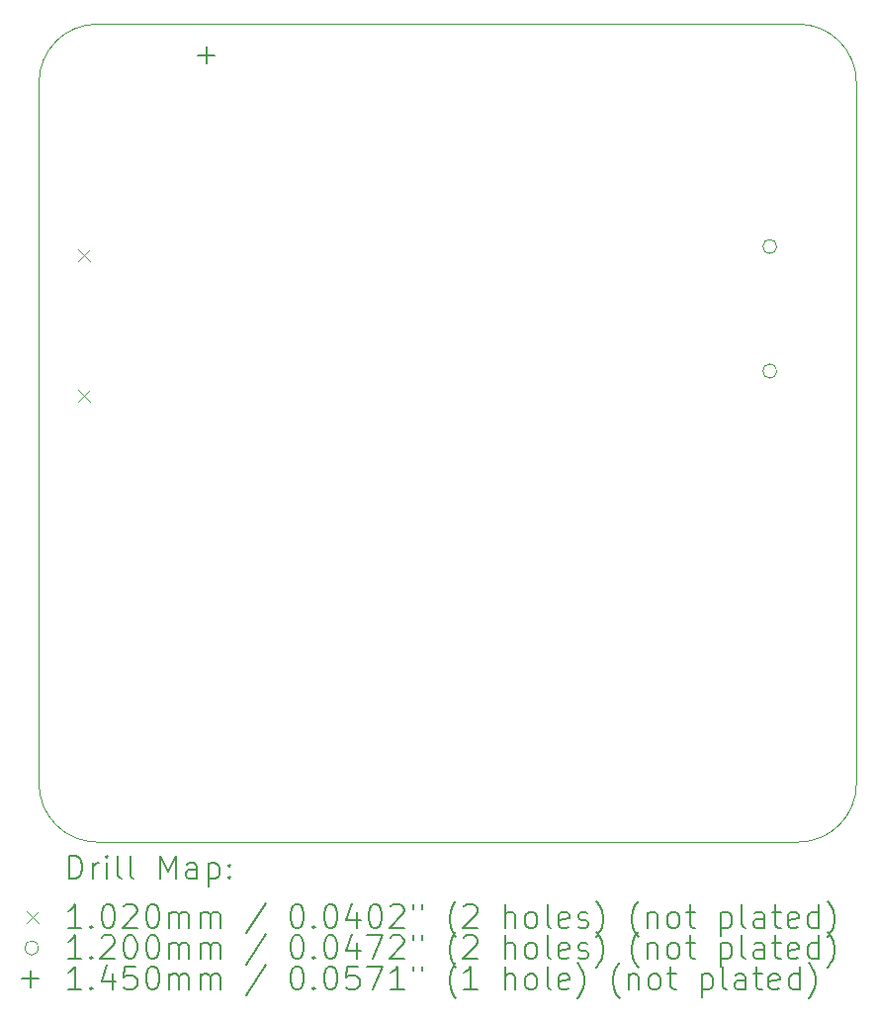
<source format=gbr>
%TF.GenerationSoftware,KiCad,Pcbnew,9.0.1*%
%TF.CreationDate,2025-05-09T16:55:24+02:00*%
%TF.ProjectId,SIGURD,53494755-5244-42e6-9b69-6361645f7063,rev?*%
%TF.SameCoordinates,Original*%
%TF.FileFunction,Drillmap*%
%TF.FilePolarity,Positive*%
%FSLAX45Y45*%
G04 Gerber Fmt 4.5, Leading zero omitted, Abs format (unit mm)*
G04 Created by KiCad (PCBNEW 9.0.1) date 2025-05-09 16:55:24*
%MOMM*%
%LPD*%
G01*
G04 APERTURE LIST*
%ADD10C,0.050000*%
%ADD11C,0.200000*%
%ADD12C,0.102000*%
%ADD13C,0.120000*%
%ADD14C,0.145000*%
G04 APERTURE END LIST*
D10*
X13500000Y-7000000D02*
G75*
G02*
X14000000Y-7500000I0J-500000D01*
G01*
X7000000Y-7500000D02*
G75*
G02*
X7500000Y-7000000I500000J0D01*
G01*
X14000000Y-8000000D02*
X14000000Y-7500000D01*
X14000000Y-13500000D02*
G75*
G02*
X13500000Y-14000000I-500000J0D01*
G01*
X13500000Y-7000000D02*
X7500000Y-7000000D01*
X7500000Y-14000000D02*
X13500000Y-14000000D01*
X7500000Y-14000000D02*
G75*
G02*
X7000000Y-13500000I0J500000D01*
G01*
X7000000Y-7500000D02*
X7000000Y-13500000D01*
X14000000Y-13500000D02*
X14000000Y-8000000D01*
D11*
D12*
X7332452Y-8928000D02*
X7434452Y-9030000D01*
X7434452Y-8928000D02*
X7332452Y-9030000D01*
X7332452Y-10128000D02*
X7434452Y-10230000D01*
X7434452Y-10128000D02*
X7332452Y-10230000D01*
D13*
X13318077Y-8903875D02*
G75*
G02*
X13198077Y-8903875I-60000J0D01*
G01*
X13198077Y-8903875D02*
G75*
G02*
X13318077Y-8903875I60000J0D01*
G01*
X13318077Y-9969125D02*
G75*
G02*
X13198077Y-9969125I-60000J0D01*
G01*
X13198077Y-9969125D02*
G75*
G02*
X13318077Y-9969125I60000J0D01*
G01*
D14*
X8434250Y-7192500D02*
X8434250Y-7337500D01*
X8361750Y-7265000D02*
X8506750Y-7265000D01*
D11*
X7258277Y-14313984D02*
X7258277Y-14113984D01*
X7258277Y-14113984D02*
X7305896Y-14113984D01*
X7305896Y-14113984D02*
X7334467Y-14123508D01*
X7334467Y-14123508D02*
X7353515Y-14142555D01*
X7353515Y-14142555D02*
X7363039Y-14161603D01*
X7363039Y-14161603D02*
X7372562Y-14199698D01*
X7372562Y-14199698D02*
X7372562Y-14228269D01*
X7372562Y-14228269D02*
X7363039Y-14266365D01*
X7363039Y-14266365D02*
X7353515Y-14285412D01*
X7353515Y-14285412D02*
X7334467Y-14304460D01*
X7334467Y-14304460D02*
X7305896Y-14313984D01*
X7305896Y-14313984D02*
X7258277Y-14313984D01*
X7458277Y-14313984D02*
X7458277Y-14180650D01*
X7458277Y-14218746D02*
X7467801Y-14199698D01*
X7467801Y-14199698D02*
X7477324Y-14190174D01*
X7477324Y-14190174D02*
X7496372Y-14180650D01*
X7496372Y-14180650D02*
X7515420Y-14180650D01*
X7582086Y-14313984D02*
X7582086Y-14180650D01*
X7582086Y-14113984D02*
X7572562Y-14123508D01*
X7572562Y-14123508D02*
X7582086Y-14133031D01*
X7582086Y-14133031D02*
X7591610Y-14123508D01*
X7591610Y-14123508D02*
X7582086Y-14113984D01*
X7582086Y-14113984D02*
X7582086Y-14133031D01*
X7705896Y-14313984D02*
X7686848Y-14304460D01*
X7686848Y-14304460D02*
X7677324Y-14285412D01*
X7677324Y-14285412D02*
X7677324Y-14113984D01*
X7810658Y-14313984D02*
X7791610Y-14304460D01*
X7791610Y-14304460D02*
X7782086Y-14285412D01*
X7782086Y-14285412D02*
X7782086Y-14113984D01*
X8039229Y-14313984D02*
X8039229Y-14113984D01*
X8039229Y-14113984D02*
X8105896Y-14256841D01*
X8105896Y-14256841D02*
X8172562Y-14113984D01*
X8172562Y-14113984D02*
X8172562Y-14313984D01*
X8353515Y-14313984D02*
X8353515Y-14209222D01*
X8353515Y-14209222D02*
X8343991Y-14190174D01*
X8343991Y-14190174D02*
X8324943Y-14180650D01*
X8324943Y-14180650D02*
X8286848Y-14180650D01*
X8286848Y-14180650D02*
X8267801Y-14190174D01*
X8353515Y-14304460D02*
X8334467Y-14313984D01*
X8334467Y-14313984D02*
X8286848Y-14313984D01*
X8286848Y-14313984D02*
X8267801Y-14304460D01*
X8267801Y-14304460D02*
X8258277Y-14285412D01*
X8258277Y-14285412D02*
X8258277Y-14266365D01*
X8258277Y-14266365D02*
X8267801Y-14247317D01*
X8267801Y-14247317D02*
X8286848Y-14237793D01*
X8286848Y-14237793D02*
X8334467Y-14237793D01*
X8334467Y-14237793D02*
X8353515Y-14228269D01*
X8448753Y-14180650D02*
X8448753Y-14380650D01*
X8448753Y-14190174D02*
X8467801Y-14180650D01*
X8467801Y-14180650D02*
X8505896Y-14180650D01*
X8505896Y-14180650D02*
X8524944Y-14190174D01*
X8524944Y-14190174D02*
X8534467Y-14199698D01*
X8534467Y-14199698D02*
X8543991Y-14218746D01*
X8543991Y-14218746D02*
X8543991Y-14275888D01*
X8543991Y-14275888D02*
X8534467Y-14294936D01*
X8534467Y-14294936D02*
X8524944Y-14304460D01*
X8524944Y-14304460D02*
X8505896Y-14313984D01*
X8505896Y-14313984D02*
X8467801Y-14313984D01*
X8467801Y-14313984D02*
X8448753Y-14304460D01*
X8629705Y-14294936D02*
X8639229Y-14304460D01*
X8639229Y-14304460D02*
X8629705Y-14313984D01*
X8629705Y-14313984D02*
X8620182Y-14304460D01*
X8620182Y-14304460D02*
X8629705Y-14294936D01*
X8629705Y-14294936D02*
X8629705Y-14313984D01*
X8629705Y-14190174D02*
X8639229Y-14199698D01*
X8639229Y-14199698D02*
X8629705Y-14209222D01*
X8629705Y-14209222D02*
X8620182Y-14199698D01*
X8620182Y-14199698D02*
X8629705Y-14190174D01*
X8629705Y-14190174D02*
X8629705Y-14209222D01*
D12*
X6895500Y-14591500D02*
X6997500Y-14693500D01*
X6997500Y-14591500D02*
X6895500Y-14693500D01*
D11*
X7363039Y-14733984D02*
X7248753Y-14733984D01*
X7305896Y-14733984D02*
X7305896Y-14533984D01*
X7305896Y-14533984D02*
X7286848Y-14562555D01*
X7286848Y-14562555D02*
X7267801Y-14581603D01*
X7267801Y-14581603D02*
X7248753Y-14591127D01*
X7448753Y-14714936D02*
X7458277Y-14724460D01*
X7458277Y-14724460D02*
X7448753Y-14733984D01*
X7448753Y-14733984D02*
X7439229Y-14724460D01*
X7439229Y-14724460D02*
X7448753Y-14714936D01*
X7448753Y-14714936D02*
X7448753Y-14733984D01*
X7582086Y-14533984D02*
X7601134Y-14533984D01*
X7601134Y-14533984D02*
X7620182Y-14543508D01*
X7620182Y-14543508D02*
X7629705Y-14553031D01*
X7629705Y-14553031D02*
X7639229Y-14572079D01*
X7639229Y-14572079D02*
X7648753Y-14610174D01*
X7648753Y-14610174D02*
X7648753Y-14657793D01*
X7648753Y-14657793D02*
X7639229Y-14695888D01*
X7639229Y-14695888D02*
X7629705Y-14714936D01*
X7629705Y-14714936D02*
X7620182Y-14724460D01*
X7620182Y-14724460D02*
X7601134Y-14733984D01*
X7601134Y-14733984D02*
X7582086Y-14733984D01*
X7582086Y-14733984D02*
X7563039Y-14724460D01*
X7563039Y-14724460D02*
X7553515Y-14714936D01*
X7553515Y-14714936D02*
X7543991Y-14695888D01*
X7543991Y-14695888D02*
X7534467Y-14657793D01*
X7534467Y-14657793D02*
X7534467Y-14610174D01*
X7534467Y-14610174D02*
X7543991Y-14572079D01*
X7543991Y-14572079D02*
X7553515Y-14553031D01*
X7553515Y-14553031D02*
X7563039Y-14543508D01*
X7563039Y-14543508D02*
X7582086Y-14533984D01*
X7724943Y-14553031D02*
X7734467Y-14543508D01*
X7734467Y-14543508D02*
X7753515Y-14533984D01*
X7753515Y-14533984D02*
X7801134Y-14533984D01*
X7801134Y-14533984D02*
X7820182Y-14543508D01*
X7820182Y-14543508D02*
X7829705Y-14553031D01*
X7829705Y-14553031D02*
X7839229Y-14572079D01*
X7839229Y-14572079D02*
X7839229Y-14591127D01*
X7839229Y-14591127D02*
X7829705Y-14619698D01*
X7829705Y-14619698D02*
X7715420Y-14733984D01*
X7715420Y-14733984D02*
X7839229Y-14733984D01*
X7963039Y-14533984D02*
X7982086Y-14533984D01*
X7982086Y-14533984D02*
X8001134Y-14543508D01*
X8001134Y-14543508D02*
X8010658Y-14553031D01*
X8010658Y-14553031D02*
X8020182Y-14572079D01*
X8020182Y-14572079D02*
X8029705Y-14610174D01*
X8029705Y-14610174D02*
X8029705Y-14657793D01*
X8029705Y-14657793D02*
X8020182Y-14695888D01*
X8020182Y-14695888D02*
X8010658Y-14714936D01*
X8010658Y-14714936D02*
X8001134Y-14724460D01*
X8001134Y-14724460D02*
X7982086Y-14733984D01*
X7982086Y-14733984D02*
X7963039Y-14733984D01*
X7963039Y-14733984D02*
X7943991Y-14724460D01*
X7943991Y-14724460D02*
X7934467Y-14714936D01*
X7934467Y-14714936D02*
X7924943Y-14695888D01*
X7924943Y-14695888D02*
X7915420Y-14657793D01*
X7915420Y-14657793D02*
X7915420Y-14610174D01*
X7915420Y-14610174D02*
X7924943Y-14572079D01*
X7924943Y-14572079D02*
X7934467Y-14553031D01*
X7934467Y-14553031D02*
X7943991Y-14543508D01*
X7943991Y-14543508D02*
X7963039Y-14533984D01*
X8115420Y-14733984D02*
X8115420Y-14600650D01*
X8115420Y-14619698D02*
X8124943Y-14610174D01*
X8124943Y-14610174D02*
X8143991Y-14600650D01*
X8143991Y-14600650D02*
X8172563Y-14600650D01*
X8172563Y-14600650D02*
X8191610Y-14610174D01*
X8191610Y-14610174D02*
X8201134Y-14629222D01*
X8201134Y-14629222D02*
X8201134Y-14733984D01*
X8201134Y-14629222D02*
X8210658Y-14610174D01*
X8210658Y-14610174D02*
X8229705Y-14600650D01*
X8229705Y-14600650D02*
X8258277Y-14600650D01*
X8258277Y-14600650D02*
X8277324Y-14610174D01*
X8277324Y-14610174D02*
X8286848Y-14629222D01*
X8286848Y-14629222D02*
X8286848Y-14733984D01*
X8382086Y-14733984D02*
X8382086Y-14600650D01*
X8382086Y-14619698D02*
X8391610Y-14610174D01*
X8391610Y-14610174D02*
X8410658Y-14600650D01*
X8410658Y-14600650D02*
X8439229Y-14600650D01*
X8439229Y-14600650D02*
X8458277Y-14610174D01*
X8458277Y-14610174D02*
X8467801Y-14629222D01*
X8467801Y-14629222D02*
X8467801Y-14733984D01*
X8467801Y-14629222D02*
X8477325Y-14610174D01*
X8477325Y-14610174D02*
X8496372Y-14600650D01*
X8496372Y-14600650D02*
X8524944Y-14600650D01*
X8524944Y-14600650D02*
X8543991Y-14610174D01*
X8543991Y-14610174D02*
X8553515Y-14629222D01*
X8553515Y-14629222D02*
X8553515Y-14733984D01*
X8943991Y-14524460D02*
X8772563Y-14781603D01*
X9201134Y-14533984D02*
X9220182Y-14533984D01*
X9220182Y-14533984D02*
X9239229Y-14543508D01*
X9239229Y-14543508D02*
X9248753Y-14553031D01*
X9248753Y-14553031D02*
X9258277Y-14572079D01*
X9258277Y-14572079D02*
X9267801Y-14610174D01*
X9267801Y-14610174D02*
X9267801Y-14657793D01*
X9267801Y-14657793D02*
X9258277Y-14695888D01*
X9258277Y-14695888D02*
X9248753Y-14714936D01*
X9248753Y-14714936D02*
X9239229Y-14724460D01*
X9239229Y-14724460D02*
X9220182Y-14733984D01*
X9220182Y-14733984D02*
X9201134Y-14733984D01*
X9201134Y-14733984D02*
X9182087Y-14724460D01*
X9182087Y-14724460D02*
X9172563Y-14714936D01*
X9172563Y-14714936D02*
X9163039Y-14695888D01*
X9163039Y-14695888D02*
X9153515Y-14657793D01*
X9153515Y-14657793D02*
X9153515Y-14610174D01*
X9153515Y-14610174D02*
X9163039Y-14572079D01*
X9163039Y-14572079D02*
X9172563Y-14553031D01*
X9172563Y-14553031D02*
X9182087Y-14543508D01*
X9182087Y-14543508D02*
X9201134Y-14533984D01*
X9353515Y-14714936D02*
X9363039Y-14724460D01*
X9363039Y-14724460D02*
X9353515Y-14733984D01*
X9353515Y-14733984D02*
X9343991Y-14724460D01*
X9343991Y-14724460D02*
X9353515Y-14714936D01*
X9353515Y-14714936D02*
X9353515Y-14733984D01*
X9486848Y-14533984D02*
X9505896Y-14533984D01*
X9505896Y-14533984D02*
X9524944Y-14543508D01*
X9524944Y-14543508D02*
X9534468Y-14553031D01*
X9534468Y-14553031D02*
X9543991Y-14572079D01*
X9543991Y-14572079D02*
X9553515Y-14610174D01*
X9553515Y-14610174D02*
X9553515Y-14657793D01*
X9553515Y-14657793D02*
X9543991Y-14695888D01*
X9543991Y-14695888D02*
X9534468Y-14714936D01*
X9534468Y-14714936D02*
X9524944Y-14724460D01*
X9524944Y-14724460D02*
X9505896Y-14733984D01*
X9505896Y-14733984D02*
X9486848Y-14733984D01*
X9486848Y-14733984D02*
X9467801Y-14724460D01*
X9467801Y-14724460D02*
X9458277Y-14714936D01*
X9458277Y-14714936D02*
X9448753Y-14695888D01*
X9448753Y-14695888D02*
X9439229Y-14657793D01*
X9439229Y-14657793D02*
X9439229Y-14610174D01*
X9439229Y-14610174D02*
X9448753Y-14572079D01*
X9448753Y-14572079D02*
X9458277Y-14553031D01*
X9458277Y-14553031D02*
X9467801Y-14543508D01*
X9467801Y-14543508D02*
X9486848Y-14533984D01*
X9724944Y-14600650D02*
X9724944Y-14733984D01*
X9677325Y-14524460D02*
X9629706Y-14667317D01*
X9629706Y-14667317D02*
X9753515Y-14667317D01*
X9867801Y-14533984D02*
X9886849Y-14533984D01*
X9886849Y-14533984D02*
X9905896Y-14543508D01*
X9905896Y-14543508D02*
X9915420Y-14553031D01*
X9915420Y-14553031D02*
X9924944Y-14572079D01*
X9924944Y-14572079D02*
X9934468Y-14610174D01*
X9934468Y-14610174D02*
X9934468Y-14657793D01*
X9934468Y-14657793D02*
X9924944Y-14695888D01*
X9924944Y-14695888D02*
X9915420Y-14714936D01*
X9915420Y-14714936D02*
X9905896Y-14724460D01*
X9905896Y-14724460D02*
X9886849Y-14733984D01*
X9886849Y-14733984D02*
X9867801Y-14733984D01*
X9867801Y-14733984D02*
X9848753Y-14724460D01*
X9848753Y-14724460D02*
X9839229Y-14714936D01*
X9839229Y-14714936D02*
X9829706Y-14695888D01*
X9829706Y-14695888D02*
X9820182Y-14657793D01*
X9820182Y-14657793D02*
X9820182Y-14610174D01*
X9820182Y-14610174D02*
X9829706Y-14572079D01*
X9829706Y-14572079D02*
X9839229Y-14553031D01*
X9839229Y-14553031D02*
X9848753Y-14543508D01*
X9848753Y-14543508D02*
X9867801Y-14533984D01*
X10010658Y-14553031D02*
X10020182Y-14543508D01*
X10020182Y-14543508D02*
X10039229Y-14533984D01*
X10039229Y-14533984D02*
X10086849Y-14533984D01*
X10086849Y-14533984D02*
X10105896Y-14543508D01*
X10105896Y-14543508D02*
X10115420Y-14553031D01*
X10115420Y-14553031D02*
X10124944Y-14572079D01*
X10124944Y-14572079D02*
X10124944Y-14591127D01*
X10124944Y-14591127D02*
X10115420Y-14619698D01*
X10115420Y-14619698D02*
X10001134Y-14733984D01*
X10001134Y-14733984D02*
X10124944Y-14733984D01*
X10201134Y-14533984D02*
X10201134Y-14572079D01*
X10277325Y-14533984D02*
X10277325Y-14572079D01*
X10572563Y-14810174D02*
X10563039Y-14800650D01*
X10563039Y-14800650D02*
X10543991Y-14772079D01*
X10543991Y-14772079D02*
X10534468Y-14753031D01*
X10534468Y-14753031D02*
X10524944Y-14724460D01*
X10524944Y-14724460D02*
X10515420Y-14676841D01*
X10515420Y-14676841D02*
X10515420Y-14638746D01*
X10515420Y-14638746D02*
X10524944Y-14591127D01*
X10524944Y-14591127D02*
X10534468Y-14562555D01*
X10534468Y-14562555D02*
X10543991Y-14543508D01*
X10543991Y-14543508D02*
X10563039Y-14514936D01*
X10563039Y-14514936D02*
X10572563Y-14505412D01*
X10639230Y-14553031D02*
X10648753Y-14543508D01*
X10648753Y-14543508D02*
X10667801Y-14533984D01*
X10667801Y-14533984D02*
X10715420Y-14533984D01*
X10715420Y-14533984D02*
X10734468Y-14543508D01*
X10734468Y-14543508D02*
X10743991Y-14553031D01*
X10743991Y-14553031D02*
X10753515Y-14572079D01*
X10753515Y-14572079D02*
X10753515Y-14591127D01*
X10753515Y-14591127D02*
X10743991Y-14619698D01*
X10743991Y-14619698D02*
X10629706Y-14733984D01*
X10629706Y-14733984D02*
X10753515Y-14733984D01*
X10991611Y-14733984D02*
X10991611Y-14533984D01*
X11077325Y-14733984D02*
X11077325Y-14629222D01*
X11077325Y-14629222D02*
X11067801Y-14610174D01*
X11067801Y-14610174D02*
X11048753Y-14600650D01*
X11048753Y-14600650D02*
X11020182Y-14600650D01*
X11020182Y-14600650D02*
X11001134Y-14610174D01*
X11001134Y-14610174D02*
X10991611Y-14619698D01*
X11201134Y-14733984D02*
X11182087Y-14724460D01*
X11182087Y-14724460D02*
X11172563Y-14714936D01*
X11172563Y-14714936D02*
X11163039Y-14695888D01*
X11163039Y-14695888D02*
X11163039Y-14638746D01*
X11163039Y-14638746D02*
X11172563Y-14619698D01*
X11172563Y-14619698D02*
X11182087Y-14610174D01*
X11182087Y-14610174D02*
X11201134Y-14600650D01*
X11201134Y-14600650D02*
X11229706Y-14600650D01*
X11229706Y-14600650D02*
X11248753Y-14610174D01*
X11248753Y-14610174D02*
X11258277Y-14619698D01*
X11258277Y-14619698D02*
X11267801Y-14638746D01*
X11267801Y-14638746D02*
X11267801Y-14695888D01*
X11267801Y-14695888D02*
X11258277Y-14714936D01*
X11258277Y-14714936D02*
X11248753Y-14724460D01*
X11248753Y-14724460D02*
X11229706Y-14733984D01*
X11229706Y-14733984D02*
X11201134Y-14733984D01*
X11382087Y-14733984D02*
X11363039Y-14724460D01*
X11363039Y-14724460D02*
X11353515Y-14705412D01*
X11353515Y-14705412D02*
X11353515Y-14533984D01*
X11534468Y-14724460D02*
X11515420Y-14733984D01*
X11515420Y-14733984D02*
X11477325Y-14733984D01*
X11477325Y-14733984D02*
X11458277Y-14724460D01*
X11458277Y-14724460D02*
X11448753Y-14705412D01*
X11448753Y-14705412D02*
X11448753Y-14629222D01*
X11448753Y-14629222D02*
X11458277Y-14610174D01*
X11458277Y-14610174D02*
X11477325Y-14600650D01*
X11477325Y-14600650D02*
X11515420Y-14600650D01*
X11515420Y-14600650D02*
X11534468Y-14610174D01*
X11534468Y-14610174D02*
X11543991Y-14629222D01*
X11543991Y-14629222D02*
X11543991Y-14648269D01*
X11543991Y-14648269D02*
X11448753Y-14667317D01*
X11620182Y-14724460D02*
X11639230Y-14733984D01*
X11639230Y-14733984D02*
X11677325Y-14733984D01*
X11677325Y-14733984D02*
X11696372Y-14724460D01*
X11696372Y-14724460D02*
X11705896Y-14705412D01*
X11705896Y-14705412D02*
X11705896Y-14695888D01*
X11705896Y-14695888D02*
X11696372Y-14676841D01*
X11696372Y-14676841D02*
X11677325Y-14667317D01*
X11677325Y-14667317D02*
X11648753Y-14667317D01*
X11648753Y-14667317D02*
X11629706Y-14657793D01*
X11629706Y-14657793D02*
X11620182Y-14638746D01*
X11620182Y-14638746D02*
X11620182Y-14629222D01*
X11620182Y-14629222D02*
X11629706Y-14610174D01*
X11629706Y-14610174D02*
X11648753Y-14600650D01*
X11648753Y-14600650D02*
X11677325Y-14600650D01*
X11677325Y-14600650D02*
X11696372Y-14610174D01*
X11772563Y-14810174D02*
X11782087Y-14800650D01*
X11782087Y-14800650D02*
X11801134Y-14772079D01*
X11801134Y-14772079D02*
X11810658Y-14753031D01*
X11810658Y-14753031D02*
X11820182Y-14724460D01*
X11820182Y-14724460D02*
X11829706Y-14676841D01*
X11829706Y-14676841D02*
X11829706Y-14638746D01*
X11829706Y-14638746D02*
X11820182Y-14591127D01*
X11820182Y-14591127D02*
X11810658Y-14562555D01*
X11810658Y-14562555D02*
X11801134Y-14543508D01*
X11801134Y-14543508D02*
X11782087Y-14514936D01*
X11782087Y-14514936D02*
X11772563Y-14505412D01*
X12134468Y-14810174D02*
X12124944Y-14800650D01*
X12124944Y-14800650D02*
X12105896Y-14772079D01*
X12105896Y-14772079D02*
X12096372Y-14753031D01*
X12096372Y-14753031D02*
X12086849Y-14724460D01*
X12086849Y-14724460D02*
X12077325Y-14676841D01*
X12077325Y-14676841D02*
X12077325Y-14638746D01*
X12077325Y-14638746D02*
X12086849Y-14591127D01*
X12086849Y-14591127D02*
X12096372Y-14562555D01*
X12096372Y-14562555D02*
X12105896Y-14543508D01*
X12105896Y-14543508D02*
X12124944Y-14514936D01*
X12124944Y-14514936D02*
X12134468Y-14505412D01*
X12210658Y-14600650D02*
X12210658Y-14733984D01*
X12210658Y-14619698D02*
X12220182Y-14610174D01*
X12220182Y-14610174D02*
X12239230Y-14600650D01*
X12239230Y-14600650D02*
X12267801Y-14600650D01*
X12267801Y-14600650D02*
X12286849Y-14610174D01*
X12286849Y-14610174D02*
X12296372Y-14629222D01*
X12296372Y-14629222D02*
X12296372Y-14733984D01*
X12420182Y-14733984D02*
X12401134Y-14724460D01*
X12401134Y-14724460D02*
X12391611Y-14714936D01*
X12391611Y-14714936D02*
X12382087Y-14695888D01*
X12382087Y-14695888D02*
X12382087Y-14638746D01*
X12382087Y-14638746D02*
X12391611Y-14619698D01*
X12391611Y-14619698D02*
X12401134Y-14610174D01*
X12401134Y-14610174D02*
X12420182Y-14600650D01*
X12420182Y-14600650D02*
X12448753Y-14600650D01*
X12448753Y-14600650D02*
X12467801Y-14610174D01*
X12467801Y-14610174D02*
X12477325Y-14619698D01*
X12477325Y-14619698D02*
X12486849Y-14638746D01*
X12486849Y-14638746D02*
X12486849Y-14695888D01*
X12486849Y-14695888D02*
X12477325Y-14714936D01*
X12477325Y-14714936D02*
X12467801Y-14724460D01*
X12467801Y-14724460D02*
X12448753Y-14733984D01*
X12448753Y-14733984D02*
X12420182Y-14733984D01*
X12543992Y-14600650D02*
X12620182Y-14600650D01*
X12572563Y-14533984D02*
X12572563Y-14705412D01*
X12572563Y-14705412D02*
X12582087Y-14724460D01*
X12582087Y-14724460D02*
X12601134Y-14733984D01*
X12601134Y-14733984D02*
X12620182Y-14733984D01*
X12839230Y-14600650D02*
X12839230Y-14800650D01*
X12839230Y-14610174D02*
X12858277Y-14600650D01*
X12858277Y-14600650D02*
X12896373Y-14600650D01*
X12896373Y-14600650D02*
X12915420Y-14610174D01*
X12915420Y-14610174D02*
X12924944Y-14619698D01*
X12924944Y-14619698D02*
X12934468Y-14638746D01*
X12934468Y-14638746D02*
X12934468Y-14695888D01*
X12934468Y-14695888D02*
X12924944Y-14714936D01*
X12924944Y-14714936D02*
X12915420Y-14724460D01*
X12915420Y-14724460D02*
X12896373Y-14733984D01*
X12896373Y-14733984D02*
X12858277Y-14733984D01*
X12858277Y-14733984D02*
X12839230Y-14724460D01*
X13048753Y-14733984D02*
X13029706Y-14724460D01*
X13029706Y-14724460D02*
X13020182Y-14705412D01*
X13020182Y-14705412D02*
X13020182Y-14533984D01*
X13210658Y-14733984D02*
X13210658Y-14629222D01*
X13210658Y-14629222D02*
X13201134Y-14610174D01*
X13201134Y-14610174D02*
X13182087Y-14600650D01*
X13182087Y-14600650D02*
X13143992Y-14600650D01*
X13143992Y-14600650D02*
X13124944Y-14610174D01*
X13210658Y-14724460D02*
X13191611Y-14733984D01*
X13191611Y-14733984D02*
X13143992Y-14733984D01*
X13143992Y-14733984D02*
X13124944Y-14724460D01*
X13124944Y-14724460D02*
X13115420Y-14705412D01*
X13115420Y-14705412D02*
X13115420Y-14686365D01*
X13115420Y-14686365D02*
X13124944Y-14667317D01*
X13124944Y-14667317D02*
X13143992Y-14657793D01*
X13143992Y-14657793D02*
X13191611Y-14657793D01*
X13191611Y-14657793D02*
X13210658Y-14648269D01*
X13277325Y-14600650D02*
X13353515Y-14600650D01*
X13305896Y-14533984D02*
X13305896Y-14705412D01*
X13305896Y-14705412D02*
X13315420Y-14724460D01*
X13315420Y-14724460D02*
X13334468Y-14733984D01*
X13334468Y-14733984D02*
X13353515Y-14733984D01*
X13496373Y-14724460D02*
X13477325Y-14733984D01*
X13477325Y-14733984D02*
X13439230Y-14733984D01*
X13439230Y-14733984D02*
X13420182Y-14724460D01*
X13420182Y-14724460D02*
X13410658Y-14705412D01*
X13410658Y-14705412D02*
X13410658Y-14629222D01*
X13410658Y-14629222D02*
X13420182Y-14610174D01*
X13420182Y-14610174D02*
X13439230Y-14600650D01*
X13439230Y-14600650D02*
X13477325Y-14600650D01*
X13477325Y-14600650D02*
X13496373Y-14610174D01*
X13496373Y-14610174D02*
X13505896Y-14629222D01*
X13505896Y-14629222D02*
X13505896Y-14648269D01*
X13505896Y-14648269D02*
X13410658Y-14667317D01*
X13677325Y-14733984D02*
X13677325Y-14533984D01*
X13677325Y-14724460D02*
X13658277Y-14733984D01*
X13658277Y-14733984D02*
X13620182Y-14733984D01*
X13620182Y-14733984D02*
X13601134Y-14724460D01*
X13601134Y-14724460D02*
X13591611Y-14714936D01*
X13591611Y-14714936D02*
X13582087Y-14695888D01*
X13582087Y-14695888D02*
X13582087Y-14638746D01*
X13582087Y-14638746D02*
X13591611Y-14619698D01*
X13591611Y-14619698D02*
X13601134Y-14610174D01*
X13601134Y-14610174D02*
X13620182Y-14600650D01*
X13620182Y-14600650D02*
X13658277Y-14600650D01*
X13658277Y-14600650D02*
X13677325Y-14610174D01*
X13753515Y-14810174D02*
X13763039Y-14800650D01*
X13763039Y-14800650D02*
X13782087Y-14772079D01*
X13782087Y-14772079D02*
X13791611Y-14753031D01*
X13791611Y-14753031D02*
X13801134Y-14724460D01*
X13801134Y-14724460D02*
X13810658Y-14676841D01*
X13810658Y-14676841D02*
X13810658Y-14638746D01*
X13810658Y-14638746D02*
X13801134Y-14591127D01*
X13801134Y-14591127D02*
X13791611Y-14562555D01*
X13791611Y-14562555D02*
X13782087Y-14543508D01*
X13782087Y-14543508D02*
X13763039Y-14514936D01*
X13763039Y-14514936D02*
X13753515Y-14505412D01*
D13*
X6997500Y-14906500D02*
G75*
G02*
X6877500Y-14906500I-60000J0D01*
G01*
X6877500Y-14906500D02*
G75*
G02*
X6997500Y-14906500I60000J0D01*
G01*
D11*
X7363039Y-14997984D02*
X7248753Y-14997984D01*
X7305896Y-14997984D02*
X7305896Y-14797984D01*
X7305896Y-14797984D02*
X7286848Y-14826555D01*
X7286848Y-14826555D02*
X7267801Y-14845603D01*
X7267801Y-14845603D02*
X7248753Y-14855127D01*
X7448753Y-14978936D02*
X7458277Y-14988460D01*
X7458277Y-14988460D02*
X7448753Y-14997984D01*
X7448753Y-14997984D02*
X7439229Y-14988460D01*
X7439229Y-14988460D02*
X7448753Y-14978936D01*
X7448753Y-14978936D02*
X7448753Y-14997984D01*
X7534467Y-14817031D02*
X7543991Y-14807508D01*
X7543991Y-14807508D02*
X7563039Y-14797984D01*
X7563039Y-14797984D02*
X7610658Y-14797984D01*
X7610658Y-14797984D02*
X7629705Y-14807508D01*
X7629705Y-14807508D02*
X7639229Y-14817031D01*
X7639229Y-14817031D02*
X7648753Y-14836079D01*
X7648753Y-14836079D02*
X7648753Y-14855127D01*
X7648753Y-14855127D02*
X7639229Y-14883698D01*
X7639229Y-14883698D02*
X7524943Y-14997984D01*
X7524943Y-14997984D02*
X7648753Y-14997984D01*
X7772562Y-14797984D02*
X7791610Y-14797984D01*
X7791610Y-14797984D02*
X7810658Y-14807508D01*
X7810658Y-14807508D02*
X7820182Y-14817031D01*
X7820182Y-14817031D02*
X7829705Y-14836079D01*
X7829705Y-14836079D02*
X7839229Y-14874174D01*
X7839229Y-14874174D02*
X7839229Y-14921793D01*
X7839229Y-14921793D02*
X7829705Y-14959888D01*
X7829705Y-14959888D02*
X7820182Y-14978936D01*
X7820182Y-14978936D02*
X7810658Y-14988460D01*
X7810658Y-14988460D02*
X7791610Y-14997984D01*
X7791610Y-14997984D02*
X7772562Y-14997984D01*
X7772562Y-14997984D02*
X7753515Y-14988460D01*
X7753515Y-14988460D02*
X7743991Y-14978936D01*
X7743991Y-14978936D02*
X7734467Y-14959888D01*
X7734467Y-14959888D02*
X7724943Y-14921793D01*
X7724943Y-14921793D02*
X7724943Y-14874174D01*
X7724943Y-14874174D02*
X7734467Y-14836079D01*
X7734467Y-14836079D02*
X7743991Y-14817031D01*
X7743991Y-14817031D02*
X7753515Y-14807508D01*
X7753515Y-14807508D02*
X7772562Y-14797984D01*
X7963039Y-14797984D02*
X7982086Y-14797984D01*
X7982086Y-14797984D02*
X8001134Y-14807508D01*
X8001134Y-14807508D02*
X8010658Y-14817031D01*
X8010658Y-14817031D02*
X8020182Y-14836079D01*
X8020182Y-14836079D02*
X8029705Y-14874174D01*
X8029705Y-14874174D02*
X8029705Y-14921793D01*
X8029705Y-14921793D02*
X8020182Y-14959888D01*
X8020182Y-14959888D02*
X8010658Y-14978936D01*
X8010658Y-14978936D02*
X8001134Y-14988460D01*
X8001134Y-14988460D02*
X7982086Y-14997984D01*
X7982086Y-14997984D02*
X7963039Y-14997984D01*
X7963039Y-14997984D02*
X7943991Y-14988460D01*
X7943991Y-14988460D02*
X7934467Y-14978936D01*
X7934467Y-14978936D02*
X7924943Y-14959888D01*
X7924943Y-14959888D02*
X7915420Y-14921793D01*
X7915420Y-14921793D02*
X7915420Y-14874174D01*
X7915420Y-14874174D02*
X7924943Y-14836079D01*
X7924943Y-14836079D02*
X7934467Y-14817031D01*
X7934467Y-14817031D02*
X7943991Y-14807508D01*
X7943991Y-14807508D02*
X7963039Y-14797984D01*
X8115420Y-14997984D02*
X8115420Y-14864650D01*
X8115420Y-14883698D02*
X8124943Y-14874174D01*
X8124943Y-14874174D02*
X8143991Y-14864650D01*
X8143991Y-14864650D02*
X8172563Y-14864650D01*
X8172563Y-14864650D02*
X8191610Y-14874174D01*
X8191610Y-14874174D02*
X8201134Y-14893222D01*
X8201134Y-14893222D02*
X8201134Y-14997984D01*
X8201134Y-14893222D02*
X8210658Y-14874174D01*
X8210658Y-14874174D02*
X8229705Y-14864650D01*
X8229705Y-14864650D02*
X8258277Y-14864650D01*
X8258277Y-14864650D02*
X8277324Y-14874174D01*
X8277324Y-14874174D02*
X8286848Y-14893222D01*
X8286848Y-14893222D02*
X8286848Y-14997984D01*
X8382086Y-14997984D02*
X8382086Y-14864650D01*
X8382086Y-14883698D02*
X8391610Y-14874174D01*
X8391610Y-14874174D02*
X8410658Y-14864650D01*
X8410658Y-14864650D02*
X8439229Y-14864650D01*
X8439229Y-14864650D02*
X8458277Y-14874174D01*
X8458277Y-14874174D02*
X8467801Y-14893222D01*
X8467801Y-14893222D02*
X8467801Y-14997984D01*
X8467801Y-14893222D02*
X8477325Y-14874174D01*
X8477325Y-14874174D02*
X8496372Y-14864650D01*
X8496372Y-14864650D02*
X8524944Y-14864650D01*
X8524944Y-14864650D02*
X8543991Y-14874174D01*
X8543991Y-14874174D02*
X8553515Y-14893222D01*
X8553515Y-14893222D02*
X8553515Y-14997984D01*
X8943991Y-14788460D02*
X8772563Y-15045603D01*
X9201134Y-14797984D02*
X9220182Y-14797984D01*
X9220182Y-14797984D02*
X9239229Y-14807508D01*
X9239229Y-14807508D02*
X9248753Y-14817031D01*
X9248753Y-14817031D02*
X9258277Y-14836079D01*
X9258277Y-14836079D02*
X9267801Y-14874174D01*
X9267801Y-14874174D02*
X9267801Y-14921793D01*
X9267801Y-14921793D02*
X9258277Y-14959888D01*
X9258277Y-14959888D02*
X9248753Y-14978936D01*
X9248753Y-14978936D02*
X9239229Y-14988460D01*
X9239229Y-14988460D02*
X9220182Y-14997984D01*
X9220182Y-14997984D02*
X9201134Y-14997984D01*
X9201134Y-14997984D02*
X9182087Y-14988460D01*
X9182087Y-14988460D02*
X9172563Y-14978936D01*
X9172563Y-14978936D02*
X9163039Y-14959888D01*
X9163039Y-14959888D02*
X9153515Y-14921793D01*
X9153515Y-14921793D02*
X9153515Y-14874174D01*
X9153515Y-14874174D02*
X9163039Y-14836079D01*
X9163039Y-14836079D02*
X9172563Y-14817031D01*
X9172563Y-14817031D02*
X9182087Y-14807508D01*
X9182087Y-14807508D02*
X9201134Y-14797984D01*
X9353515Y-14978936D02*
X9363039Y-14988460D01*
X9363039Y-14988460D02*
X9353515Y-14997984D01*
X9353515Y-14997984D02*
X9343991Y-14988460D01*
X9343991Y-14988460D02*
X9353515Y-14978936D01*
X9353515Y-14978936D02*
X9353515Y-14997984D01*
X9486848Y-14797984D02*
X9505896Y-14797984D01*
X9505896Y-14797984D02*
X9524944Y-14807508D01*
X9524944Y-14807508D02*
X9534468Y-14817031D01*
X9534468Y-14817031D02*
X9543991Y-14836079D01*
X9543991Y-14836079D02*
X9553515Y-14874174D01*
X9553515Y-14874174D02*
X9553515Y-14921793D01*
X9553515Y-14921793D02*
X9543991Y-14959888D01*
X9543991Y-14959888D02*
X9534468Y-14978936D01*
X9534468Y-14978936D02*
X9524944Y-14988460D01*
X9524944Y-14988460D02*
X9505896Y-14997984D01*
X9505896Y-14997984D02*
X9486848Y-14997984D01*
X9486848Y-14997984D02*
X9467801Y-14988460D01*
X9467801Y-14988460D02*
X9458277Y-14978936D01*
X9458277Y-14978936D02*
X9448753Y-14959888D01*
X9448753Y-14959888D02*
X9439229Y-14921793D01*
X9439229Y-14921793D02*
X9439229Y-14874174D01*
X9439229Y-14874174D02*
X9448753Y-14836079D01*
X9448753Y-14836079D02*
X9458277Y-14817031D01*
X9458277Y-14817031D02*
X9467801Y-14807508D01*
X9467801Y-14807508D02*
X9486848Y-14797984D01*
X9724944Y-14864650D02*
X9724944Y-14997984D01*
X9677325Y-14788460D02*
X9629706Y-14931317D01*
X9629706Y-14931317D02*
X9753515Y-14931317D01*
X9810658Y-14797984D02*
X9943991Y-14797984D01*
X9943991Y-14797984D02*
X9858277Y-14997984D01*
X10010658Y-14817031D02*
X10020182Y-14807508D01*
X10020182Y-14807508D02*
X10039229Y-14797984D01*
X10039229Y-14797984D02*
X10086849Y-14797984D01*
X10086849Y-14797984D02*
X10105896Y-14807508D01*
X10105896Y-14807508D02*
X10115420Y-14817031D01*
X10115420Y-14817031D02*
X10124944Y-14836079D01*
X10124944Y-14836079D02*
X10124944Y-14855127D01*
X10124944Y-14855127D02*
X10115420Y-14883698D01*
X10115420Y-14883698D02*
X10001134Y-14997984D01*
X10001134Y-14997984D02*
X10124944Y-14997984D01*
X10201134Y-14797984D02*
X10201134Y-14836079D01*
X10277325Y-14797984D02*
X10277325Y-14836079D01*
X10572563Y-15074174D02*
X10563039Y-15064650D01*
X10563039Y-15064650D02*
X10543991Y-15036079D01*
X10543991Y-15036079D02*
X10534468Y-15017031D01*
X10534468Y-15017031D02*
X10524944Y-14988460D01*
X10524944Y-14988460D02*
X10515420Y-14940841D01*
X10515420Y-14940841D02*
X10515420Y-14902746D01*
X10515420Y-14902746D02*
X10524944Y-14855127D01*
X10524944Y-14855127D02*
X10534468Y-14826555D01*
X10534468Y-14826555D02*
X10543991Y-14807508D01*
X10543991Y-14807508D02*
X10563039Y-14778936D01*
X10563039Y-14778936D02*
X10572563Y-14769412D01*
X10639230Y-14817031D02*
X10648753Y-14807508D01*
X10648753Y-14807508D02*
X10667801Y-14797984D01*
X10667801Y-14797984D02*
X10715420Y-14797984D01*
X10715420Y-14797984D02*
X10734468Y-14807508D01*
X10734468Y-14807508D02*
X10743991Y-14817031D01*
X10743991Y-14817031D02*
X10753515Y-14836079D01*
X10753515Y-14836079D02*
X10753515Y-14855127D01*
X10753515Y-14855127D02*
X10743991Y-14883698D01*
X10743991Y-14883698D02*
X10629706Y-14997984D01*
X10629706Y-14997984D02*
X10753515Y-14997984D01*
X10991611Y-14997984D02*
X10991611Y-14797984D01*
X11077325Y-14997984D02*
X11077325Y-14893222D01*
X11077325Y-14893222D02*
X11067801Y-14874174D01*
X11067801Y-14874174D02*
X11048753Y-14864650D01*
X11048753Y-14864650D02*
X11020182Y-14864650D01*
X11020182Y-14864650D02*
X11001134Y-14874174D01*
X11001134Y-14874174D02*
X10991611Y-14883698D01*
X11201134Y-14997984D02*
X11182087Y-14988460D01*
X11182087Y-14988460D02*
X11172563Y-14978936D01*
X11172563Y-14978936D02*
X11163039Y-14959888D01*
X11163039Y-14959888D02*
X11163039Y-14902746D01*
X11163039Y-14902746D02*
X11172563Y-14883698D01*
X11172563Y-14883698D02*
X11182087Y-14874174D01*
X11182087Y-14874174D02*
X11201134Y-14864650D01*
X11201134Y-14864650D02*
X11229706Y-14864650D01*
X11229706Y-14864650D02*
X11248753Y-14874174D01*
X11248753Y-14874174D02*
X11258277Y-14883698D01*
X11258277Y-14883698D02*
X11267801Y-14902746D01*
X11267801Y-14902746D02*
X11267801Y-14959888D01*
X11267801Y-14959888D02*
X11258277Y-14978936D01*
X11258277Y-14978936D02*
X11248753Y-14988460D01*
X11248753Y-14988460D02*
X11229706Y-14997984D01*
X11229706Y-14997984D02*
X11201134Y-14997984D01*
X11382087Y-14997984D02*
X11363039Y-14988460D01*
X11363039Y-14988460D02*
X11353515Y-14969412D01*
X11353515Y-14969412D02*
X11353515Y-14797984D01*
X11534468Y-14988460D02*
X11515420Y-14997984D01*
X11515420Y-14997984D02*
X11477325Y-14997984D01*
X11477325Y-14997984D02*
X11458277Y-14988460D01*
X11458277Y-14988460D02*
X11448753Y-14969412D01*
X11448753Y-14969412D02*
X11448753Y-14893222D01*
X11448753Y-14893222D02*
X11458277Y-14874174D01*
X11458277Y-14874174D02*
X11477325Y-14864650D01*
X11477325Y-14864650D02*
X11515420Y-14864650D01*
X11515420Y-14864650D02*
X11534468Y-14874174D01*
X11534468Y-14874174D02*
X11543991Y-14893222D01*
X11543991Y-14893222D02*
X11543991Y-14912269D01*
X11543991Y-14912269D02*
X11448753Y-14931317D01*
X11620182Y-14988460D02*
X11639230Y-14997984D01*
X11639230Y-14997984D02*
X11677325Y-14997984D01*
X11677325Y-14997984D02*
X11696372Y-14988460D01*
X11696372Y-14988460D02*
X11705896Y-14969412D01*
X11705896Y-14969412D02*
X11705896Y-14959888D01*
X11705896Y-14959888D02*
X11696372Y-14940841D01*
X11696372Y-14940841D02*
X11677325Y-14931317D01*
X11677325Y-14931317D02*
X11648753Y-14931317D01*
X11648753Y-14931317D02*
X11629706Y-14921793D01*
X11629706Y-14921793D02*
X11620182Y-14902746D01*
X11620182Y-14902746D02*
X11620182Y-14893222D01*
X11620182Y-14893222D02*
X11629706Y-14874174D01*
X11629706Y-14874174D02*
X11648753Y-14864650D01*
X11648753Y-14864650D02*
X11677325Y-14864650D01*
X11677325Y-14864650D02*
X11696372Y-14874174D01*
X11772563Y-15074174D02*
X11782087Y-15064650D01*
X11782087Y-15064650D02*
X11801134Y-15036079D01*
X11801134Y-15036079D02*
X11810658Y-15017031D01*
X11810658Y-15017031D02*
X11820182Y-14988460D01*
X11820182Y-14988460D02*
X11829706Y-14940841D01*
X11829706Y-14940841D02*
X11829706Y-14902746D01*
X11829706Y-14902746D02*
X11820182Y-14855127D01*
X11820182Y-14855127D02*
X11810658Y-14826555D01*
X11810658Y-14826555D02*
X11801134Y-14807508D01*
X11801134Y-14807508D02*
X11782087Y-14778936D01*
X11782087Y-14778936D02*
X11772563Y-14769412D01*
X12134468Y-15074174D02*
X12124944Y-15064650D01*
X12124944Y-15064650D02*
X12105896Y-15036079D01*
X12105896Y-15036079D02*
X12096372Y-15017031D01*
X12096372Y-15017031D02*
X12086849Y-14988460D01*
X12086849Y-14988460D02*
X12077325Y-14940841D01*
X12077325Y-14940841D02*
X12077325Y-14902746D01*
X12077325Y-14902746D02*
X12086849Y-14855127D01*
X12086849Y-14855127D02*
X12096372Y-14826555D01*
X12096372Y-14826555D02*
X12105896Y-14807508D01*
X12105896Y-14807508D02*
X12124944Y-14778936D01*
X12124944Y-14778936D02*
X12134468Y-14769412D01*
X12210658Y-14864650D02*
X12210658Y-14997984D01*
X12210658Y-14883698D02*
X12220182Y-14874174D01*
X12220182Y-14874174D02*
X12239230Y-14864650D01*
X12239230Y-14864650D02*
X12267801Y-14864650D01*
X12267801Y-14864650D02*
X12286849Y-14874174D01*
X12286849Y-14874174D02*
X12296372Y-14893222D01*
X12296372Y-14893222D02*
X12296372Y-14997984D01*
X12420182Y-14997984D02*
X12401134Y-14988460D01*
X12401134Y-14988460D02*
X12391611Y-14978936D01*
X12391611Y-14978936D02*
X12382087Y-14959888D01*
X12382087Y-14959888D02*
X12382087Y-14902746D01*
X12382087Y-14902746D02*
X12391611Y-14883698D01*
X12391611Y-14883698D02*
X12401134Y-14874174D01*
X12401134Y-14874174D02*
X12420182Y-14864650D01*
X12420182Y-14864650D02*
X12448753Y-14864650D01*
X12448753Y-14864650D02*
X12467801Y-14874174D01*
X12467801Y-14874174D02*
X12477325Y-14883698D01*
X12477325Y-14883698D02*
X12486849Y-14902746D01*
X12486849Y-14902746D02*
X12486849Y-14959888D01*
X12486849Y-14959888D02*
X12477325Y-14978936D01*
X12477325Y-14978936D02*
X12467801Y-14988460D01*
X12467801Y-14988460D02*
X12448753Y-14997984D01*
X12448753Y-14997984D02*
X12420182Y-14997984D01*
X12543992Y-14864650D02*
X12620182Y-14864650D01*
X12572563Y-14797984D02*
X12572563Y-14969412D01*
X12572563Y-14969412D02*
X12582087Y-14988460D01*
X12582087Y-14988460D02*
X12601134Y-14997984D01*
X12601134Y-14997984D02*
X12620182Y-14997984D01*
X12839230Y-14864650D02*
X12839230Y-15064650D01*
X12839230Y-14874174D02*
X12858277Y-14864650D01*
X12858277Y-14864650D02*
X12896373Y-14864650D01*
X12896373Y-14864650D02*
X12915420Y-14874174D01*
X12915420Y-14874174D02*
X12924944Y-14883698D01*
X12924944Y-14883698D02*
X12934468Y-14902746D01*
X12934468Y-14902746D02*
X12934468Y-14959888D01*
X12934468Y-14959888D02*
X12924944Y-14978936D01*
X12924944Y-14978936D02*
X12915420Y-14988460D01*
X12915420Y-14988460D02*
X12896373Y-14997984D01*
X12896373Y-14997984D02*
X12858277Y-14997984D01*
X12858277Y-14997984D02*
X12839230Y-14988460D01*
X13048753Y-14997984D02*
X13029706Y-14988460D01*
X13029706Y-14988460D02*
X13020182Y-14969412D01*
X13020182Y-14969412D02*
X13020182Y-14797984D01*
X13210658Y-14997984D02*
X13210658Y-14893222D01*
X13210658Y-14893222D02*
X13201134Y-14874174D01*
X13201134Y-14874174D02*
X13182087Y-14864650D01*
X13182087Y-14864650D02*
X13143992Y-14864650D01*
X13143992Y-14864650D02*
X13124944Y-14874174D01*
X13210658Y-14988460D02*
X13191611Y-14997984D01*
X13191611Y-14997984D02*
X13143992Y-14997984D01*
X13143992Y-14997984D02*
X13124944Y-14988460D01*
X13124944Y-14988460D02*
X13115420Y-14969412D01*
X13115420Y-14969412D02*
X13115420Y-14950365D01*
X13115420Y-14950365D02*
X13124944Y-14931317D01*
X13124944Y-14931317D02*
X13143992Y-14921793D01*
X13143992Y-14921793D02*
X13191611Y-14921793D01*
X13191611Y-14921793D02*
X13210658Y-14912269D01*
X13277325Y-14864650D02*
X13353515Y-14864650D01*
X13305896Y-14797984D02*
X13305896Y-14969412D01*
X13305896Y-14969412D02*
X13315420Y-14988460D01*
X13315420Y-14988460D02*
X13334468Y-14997984D01*
X13334468Y-14997984D02*
X13353515Y-14997984D01*
X13496373Y-14988460D02*
X13477325Y-14997984D01*
X13477325Y-14997984D02*
X13439230Y-14997984D01*
X13439230Y-14997984D02*
X13420182Y-14988460D01*
X13420182Y-14988460D02*
X13410658Y-14969412D01*
X13410658Y-14969412D02*
X13410658Y-14893222D01*
X13410658Y-14893222D02*
X13420182Y-14874174D01*
X13420182Y-14874174D02*
X13439230Y-14864650D01*
X13439230Y-14864650D02*
X13477325Y-14864650D01*
X13477325Y-14864650D02*
X13496373Y-14874174D01*
X13496373Y-14874174D02*
X13505896Y-14893222D01*
X13505896Y-14893222D02*
X13505896Y-14912269D01*
X13505896Y-14912269D02*
X13410658Y-14931317D01*
X13677325Y-14997984D02*
X13677325Y-14797984D01*
X13677325Y-14988460D02*
X13658277Y-14997984D01*
X13658277Y-14997984D02*
X13620182Y-14997984D01*
X13620182Y-14997984D02*
X13601134Y-14988460D01*
X13601134Y-14988460D02*
X13591611Y-14978936D01*
X13591611Y-14978936D02*
X13582087Y-14959888D01*
X13582087Y-14959888D02*
X13582087Y-14902746D01*
X13582087Y-14902746D02*
X13591611Y-14883698D01*
X13591611Y-14883698D02*
X13601134Y-14874174D01*
X13601134Y-14874174D02*
X13620182Y-14864650D01*
X13620182Y-14864650D02*
X13658277Y-14864650D01*
X13658277Y-14864650D02*
X13677325Y-14874174D01*
X13753515Y-15074174D02*
X13763039Y-15064650D01*
X13763039Y-15064650D02*
X13782087Y-15036079D01*
X13782087Y-15036079D02*
X13791611Y-15017031D01*
X13791611Y-15017031D02*
X13801134Y-14988460D01*
X13801134Y-14988460D02*
X13810658Y-14940841D01*
X13810658Y-14940841D02*
X13810658Y-14902746D01*
X13810658Y-14902746D02*
X13801134Y-14855127D01*
X13801134Y-14855127D02*
X13791611Y-14826555D01*
X13791611Y-14826555D02*
X13782087Y-14807508D01*
X13782087Y-14807508D02*
X13763039Y-14778936D01*
X13763039Y-14778936D02*
X13753515Y-14769412D01*
D14*
X6925000Y-15098000D02*
X6925000Y-15243000D01*
X6852500Y-15170500D02*
X6997500Y-15170500D01*
D11*
X7363039Y-15261984D02*
X7248753Y-15261984D01*
X7305896Y-15261984D02*
X7305896Y-15061984D01*
X7305896Y-15061984D02*
X7286848Y-15090555D01*
X7286848Y-15090555D02*
X7267801Y-15109603D01*
X7267801Y-15109603D02*
X7248753Y-15119127D01*
X7448753Y-15242936D02*
X7458277Y-15252460D01*
X7458277Y-15252460D02*
X7448753Y-15261984D01*
X7448753Y-15261984D02*
X7439229Y-15252460D01*
X7439229Y-15252460D02*
X7448753Y-15242936D01*
X7448753Y-15242936D02*
X7448753Y-15261984D01*
X7629705Y-15128650D02*
X7629705Y-15261984D01*
X7582086Y-15052460D02*
X7534467Y-15195317D01*
X7534467Y-15195317D02*
X7658277Y-15195317D01*
X7829705Y-15061984D02*
X7734467Y-15061984D01*
X7734467Y-15061984D02*
X7724943Y-15157222D01*
X7724943Y-15157222D02*
X7734467Y-15147698D01*
X7734467Y-15147698D02*
X7753515Y-15138174D01*
X7753515Y-15138174D02*
X7801134Y-15138174D01*
X7801134Y-15138174D02*
X7820182Y-15147698D01*
X7820182Y-15147698D02*
X7829705Y-15157222D01*
X7829705Y-15157222D02*
X7839229Y-15176269D01*
X7839229Y-15176269D02*
X7839229Y-15223888D01*
X7839229Y-15223888D02*
X7829705Y-15242936D01*
X7829705Y-15242936D02*
X7820182Y-15252460D01*
X7820182Y-15252460D02*
X7801134Y-15261984D01*
X7801134Y-15261984D02*
X7753515Y-15261984D01*
X7753515Y-15261984D02*
X7734467Y-15252460D01*
X7734467Y-15252460D02*
X7724943Y-15242936D01*
X7963039Y-15061984D02*
X7982086Y-15061984D01*
X7982086Y-15061984D02*
X8001134Y-15071508D01*
X8001134Y-15071508D02*
X8010658Y-15081031D01*
X8010658Y-15081031D02*
X8020182Y-15100079D01*
X8020182Y-15100079D02*
X8029705Y-15138174D01*
X8029705Y-15138174D02*
X8029705Y-15185793D01*
X8029705Y-15185793D02*
X8020182Y-15223888D01*
X8020182Y-15223888D02*
X8010658Y-15242936D01*
X8010658Y-15242936D02*
X8001134Y-15252460D01*
X8001134Y-15252460D02*
X7982086Y-15261984D01*
X7982086Y-15261984D02*
X7963039Y-15261984D01*
X7963039Y-15261984D02*
X7943991Y-15252460D01*
X7943991Y-15252460D02*
X7934467Y-15242936D01*
X7934467Y-15242936D02*
X7924943Y-15223888D01*
X7924943Y-15223888D02*
X7915420Y-15185793D01*
X7915420Y-15185793D02*
X7915420Y-15138174D01*
X7915420Y-15138174D02*
X7924943Y-15100079D01*
X7924943Y-15100079D02*
X7934467Y-15081031D01*
X7934467Y-15081031D02*
X7943991Y-15071508D01*
X7943991Y-15071508D02*
X7963039Y-15061984D01*
X8115420Y-15261984D02*
X8115420Y-15128650D01*
X8115420Y-15147698D02*
X8124943Y-15138174D01*
X8124943Y-15138174D02*
X8143991Y-15128650D01*
X8143991Y-15128650D02*
X8172563Y-15128650D01*
X8172563Y-15128650D02*
X8191610Y-15138174D01*
X8191610Y-15138174D02*
X8201134Y-15157222D01*
X8201134Y-15157222D02*
X8201134Y-15261984D01*
X8201134Y-15157222D02*
X8210658Y-15138174D01*
X8210658Y-15138174D02*
X8229705Y-15128650D01*
X8229705Y-15128650D02*
X8258277Y-15128650D01*
X8258277Y-15128650D02*
X8277324Y-15138174D01*
X8277324Y-15138174D02*
X8286848Y-15157222D01*
X8286848Y-15157222D02*
X8286848Y-15261984D01*
X8382086Y-15261984D02*
X8382086Y-15128650D01*
X8382086Y-15147698D02*
X8391610Y-15138174D01*
X8391610Y-15138174D02*
X8410658Y-15128650D01*
X8410658Y-15128650D02*
X8439229Y-15128650D01*
X8439229Y-15128650D02*
X8458277Y-15138174D01*
X8458277Y-15138174D02*
X8467801Y-15157222D01*
X8467801Y-15157222D02*
X8467801Y-15261984D01*
X8467801Y-15157222D02*
X8477325Y-15138174D01*
X8477325Y-15138174D02*
X8496372Y-15128650D01*
X8496372Y-15128650D02*
X8524944Y-15128650D01*
X8524944Y-15128650D02*
X8543991Y-15138174D01*
X8543991Y-15138174D02*
X8553515Y-15157222D01*
X8553515Y-15157222D02*
X8553515Y-15261984D01*
X8943991Y-15052460D02*
X8772563Y-15309603D01*
X9201134Y-15061984D02*
X9220182Y-15061984D01*
X9220182Y-15061984D02*
X9239229Y-15071508D01*
X9239229Y-15071508D02*
X9248753Y-15081031D01*
X9248753Y-15081031D02*
X9258277Y-15100079D01*
X9258277Y-15100079D02*
X9267801Y-15138174D01*
X9267801Y-15138174D02*
X9267801Y-15185793D01*
X9267801Y-15185793D02*
X9258277Y-15223888D01*
X9258277Y-15223888D02*
X9248753Y-15242936D01*
X9248753Y-15242936D02*
X9239229Y-15252460D01*
X9239229Y-15252460D02*
X9220182Y-15261984D01*
X9220182Y-15261984D02*
X9201134Y-15261984D01*
X9201134Y-15261984D02*
X9182087Y-15252460D01*
X9182087Y-15252460D02*
X9172563Y-15242936D01*
X9172563Y-15242936D02*
X9163039Y-15223888D01*
X9163039Y-15223888D02*
X9153515Y-15185793D01*
X9153515Y-15185793D02*
X9153515Y-15138174D01*
X9153515Y-15138174D02*
X9163039Y-15100079D01*
X9163039Y-15100079D02*
X9172563Y-15081031D01*
X9172563Y-15081031D02*
X9182087Y-15071508D01*
X9182087Y-15071508D02*
X9201134Y-15061984D01*
X9353515Y-15242936D02*
X9363039Y-15252460D01*
X9363039Y-15252460D02*
X9353515Y-15261984D01*
X9353515Y-15261984D02*
X9343991Y-15252460D01*
X9343991Y-15252460D02*
X9353515Y-15242936D01*
X9353515Y-15242936D02*
X9353515Y-15261984D01*
X9486848Y-15061984D02*
X9505896Y-15061984D01*
X9505896Y-15061984D02*
X9524944Y-15071508D01*
X9524944Y-15071508D02*
X9534468Y-15081031D01*
X9534468Y-15081031D02*
X9543991Y-15100079D01*
X9543991Y-15100079D02*
X9553515Y-15138174D01*
X9553515Y-15138174D02*
X9553515Y-15185793D01*
X9553515Y-15185793D02*
X9543991Y-15223888D01*
X9543991Y-15223888D02*
X9534468Y-15242936D01*
X9534468Y-15242936D02*
X9524944Y-15252460D01*
X9524944Y-15252460D02*
X9505896Y-15261984D01*
X9505896Y-15261984D02*
X9486848Y-15261984D01*
X9486848Y-15261984D02*
X9467801Y-15252460D01*
X9467801Y-15252460D02*
X9458277Y-15242936D01*
X9458277Y-15242936D02*
X9448753Y-15223888D01*
X9448753Y-15223888D02*
X9439229Y-15185793D01*
X9439229Y-15185793D02*
X9439229Y-15138174D01*
X9439229Y-15138174D02*
X9448753Y-15100079D01*
X9448753Y-15100079D02*
X9458277Y-15081031D01*
X9458277Y-15081031D02*
X9467801Y-15071508D01*
X9467801Y-15071508D02*
X9486848Y-15061984D01*
X9734468Y-15061984D02*
X9639229Y-15061984D01*
X9639229Y-15061984D02*
X9629706Y-15157222D01*
X9629706Y-15157222D02*
X9639229Y-15147698D01*
X9639229Y-15147698D02*
X9658277Y-15138174D01*
X9658277Y-15138174D02*
X9705896Y-15138174D01*
X9705896Y-15138174D02*
X9724944Y-15147698D01*
X9724944Y-15147698D02*
X9734468Y-15157222D01*
X9734468Y-15157222D02*
X9743991Y-15176269D01*
X9743991Y-15176269D02*
X9743991Y-15223888D01*
X9743991Y-15223888D02*
X9734468Y-15242936D01*
X9734468Y-15242936D02*
X9724944Y-15252460D01*
X9724944Y-15252460D02*
X9705896Y-15261984D01*
X9705896Y-15261984D02*
X9658277Y-15261984D01*
X9658277Y-15261984D02*
X9639229Y-15252460D01*
X9639229Y-15252460D02*
X9629706Y-15242936D01*
X9810658Y-15061984D02*
X9943991Y-15061984D01*
X9943991Y-15061984D02*
X9858277Y-15261984D01*
X10124944Y-15261984D02*
X10010658Y-15261984D01*
X10067801Y-15261984D02*
X10067801Y-15061984D01*
X10067801Y-15061984D02*
X10048753Y-15090555D01*
X10048753Y-15090555D02*
X10029706Y-15109603D01*
X10029706Y-15109603D02*
X10010658Y-15119127D01*
X10201134Y-15061984D02*
X10201134Y-15100079D01*
X10277325Y-15061984D02*
X10277325Y-15100079D01*
X10572563Y-15338174D02*
X10563039Y-15328650D01*
X10563039Y-15328650D02*
X10543991Y-15300079D01*
X10543991Y-15300079D02*
X10534468Y-15281031D01*
X10534468Y-15281031D02*
X10524944Y-15252460D01*
X10524944Y-15252460D02*
X10515420Y-15204841D01*
X10515420Y-15204841D02*
X10515420Y-15166746D01*
X10515420Y-15166746D02*
X10524944Y-15119127D01*
X10524944Y-15119127D02*
X10534468Y-15090555D01*
X10534468Y-15090555D02*
X10543991Y-15071508D01*
X10543991Y-15071508D02*
X10563039Y-15042936D01*
X10563039Y-15042936D02*
X10572563Y-15033412D01*
X10753515Y-15261984D02*
X10639230Y-15261984D01*
X10696372Y-15261984D02*
X10696372Y-15061984D01*
X10696372Y-15061984D02*
X10677325Y-15090555D01*
X10677325Y-15090555D02*
X10658277Y-15109603D01*
X10658277Y-15109603D02*
X10639230Y-15119127D01*
X10991611Y-15261984D02*
X10991611Y-15061984D01*
X11077325Y-15261984D02*
X11077325Y-15157222D01*
X11077325Y-15157222D02*
X11067801Y-15138174D01*
X11067801Y-15138174D02*
X11048753Y-15128650D01*
X11048753Y-15128650D02*
X11020182Y-15128650D01*
X11020182Y-15128650D02*
X11001134Y-15138174D01*
X11001134Y-15138174D02*
X10991611Y-15147698D01*
X11201134Y-15261984D02*
X11182087Y-15252460D01*
X11182087Y-15252460D02*
X11172563Y-15242936D01*
X11172563Y-15242936D02*
X11163039Y-15223888D01*
X11163039Y-15223888D02*
X11163039Y-15166746D01*
X11163039Y-15166746D02*
X11172563Y-15147698D01*
X11172563Y-15147698D02*
X11182087Y-15138174D01*
X11182087Y-15138174D02*
X11201134Y-15128650D01*
X11201134Y-15128650D02*
X11229706Y-15128650D01*
X11229706Y-15128650D02*
X11248753Y-15138174D01*
X11248753Y-15138174D02*
X11258277Y-15147698D01*
X11258277Y-15147698D02*
X11267801Y-15166746D01*
X11267801Y-15166746D02*
X11267801Y-15223888D01*
X11267801Y-15223888D02*
X11258277Y-15242936D01*
X11258277Y-15242936D02*
X11248753Y-15252460D01*
X11248753Y-15252460D02*
X11229706Y-15261984D01*
X11229706Y-15261984D02*
X11201134Y-15261984D01*
X11382087Y-15261984D02*
X11363039Y-15252460D01*
X11363039Y-15252460D02*
X11353515Y-15233412D01*
X11353515Y-15233412D02*
X11353515Y-15061984D01*
X11534468Y-15252460D02*
X11515420Y-15261984D01*
X11515420Y-15261984D02*
X11477325Y-15261984D01*
X11477325Y-15261984D02*
X11458277Y-15252460D01*
X11458277Y-15252460D02*
X11448753Y-15233412D01*
X11448753Y-15233412D02*
X11448753Y-15157222D01*
X11448753Y-15157222D02*
X11458277Y-15138174D01*
X11458277Y-15138174D02*
X11477325Y-15128650D01*
X11477325Y-15128650D02*
X11515420Y-15128650D01*
X11515420Y-15128650D02*
X11534468Y-15138174D01*
X11534468Y-15138174D02*
X11543991Y-15157222D01*
X11543991Y-15157222D02*
X11543991Y-15176269D01*
X11543991Y-15176269D02*
X11448753Y-15195317D01*
X11610658Y-15338174D02*
X11620182Y-15328650D01*
X11620182Y-15328650D02*
X11639230Y-15300079D01*
X11639230Y-15300079D02*
X11648753Y-15281031D01*
X11648753Y-15281031D02*
X11658277Y-15252460D01*
X11658277Y-15252460D02*
X11667801Y-15204841D01*
X11667801Y-15204841D02*
X11667801Y-15166746D01*
X11667801Y-15166746D02*
X11658277Y-15119127D01*
X11658277Y-15119127D02*
X11648753Y-15090555D01*
X11648753Y-15090555D02*
X11639230Y-15071508D01*
X11639230Y-15071508D02*
X11620182Y-15042936D01*
X11620182Y-15042936D02*
X11610658Y-15033412D01*
X11972563Y-15338174D02*
X11963039Y-15328650D01*
X11963039Y-15328650D02*
X11943991Y-15300079D01*
X11943991Y-15300079D02*
X11934468Y-15281031D01*
X11934468Y-15281031D02*
X11924944Y-15252460D01*
X11924944Y-15252460D02*
X11915420Y-15204841D01*
X11915420Y-15204841D02*
X11915420Y-15166746D01*
X11915420Y-15166746D02*
X11924944Y-15119127D01*
X11924944Y-15119127D02*
X11934468Y-15090555D01*
X11934468Y-15090555D02*
X11943991Y-15071508D01*
X11943991Y-15071508D02*
X11963039Y-15042936D01*
X11963039Y-15042936D02*
X11972563Y-15033412D01*
X12048753Y-15128650D02*
X12048753Y-15261984D01*
X12048753Y-15147698D02*
X12058277Y-15138174D01*
X12058277Y-15138174D02*
X12077325Y-15128650D01*
X12077325Y-15128650D02*
X12105896Y-15128650D01*
X12105896Y-15128650D02*
X12124944Y-15138174D01*
X12124944Y-15138174D02*
X12134468Y-15157222D01*
X12134468Y-15157222D02*
X12134468Y-15261984D01*
X12258277Y-15261984D02*
X12239230Y-15252460D01*
X12239230Y-15252460D02*
X12229706Y-15242936D01*
X12229706Y-15242936D02*
X12220182Y-15223888D01*
X12220182Y-15223888D02*
X12220182Y-15166746D01*
X12220182Y-15166746D02*
X12229706Y-15147698D01*
X12229706Y-15147698D02*
X12239230Y-15138174D01*
X12239230Y-15138174D02*
X12258277Y-15128650D01*
X12258277Y-15128650D02*
X12286849Y-15128650D01*
X12286849Y-15128650D02*
X12305896Y-15138174D01*
X12305896Y-15138174D02*
X12315420Y-15147698D01*
X12315420Y-15147698D02*
X12324944Y-15166746D01*
X12324944Y-15166746D02*
X12324944Y-15223888D01*
X12324944Y-15223888D02*
X12315420Y-15242936D01*
X12315420Y-15242936D02*
X12305896Y-15252460D01*
X12305896Y-15252460D02*
X12286849Y-15261984D01*
X12286849Y-15261984D02*
X12258277Y-15261984D01*
X12382087Y-15128650D02*
X12458277Y-15128650D01*
X12410658Y-15061984D02*
X12410658Y-15233412D01*
X12410658Y-15233412D02*
X12420182Y-15252460D01*
X12420182Y-15252460D02*
X12439230Y-15261984D01*
X12439230Y-15261984D02*
X12458277Y-15261984D01*
X12677325Y-15128650D02*
X12677325Y-15328650D01*
X12677325Y-15138174D02*
X12696372Y-15128650D01*
X12696372Y-15128650D02*
X12734468Y-15128650D01*
X12734468Y-15128650D02*
X12753515Y-15138174D01*
X12753515Y-15138174D02*
X12763039Y-15147698D01*
X12763039Y-15147698D02*
X12772563Y-15166746D01*
X12772563Y-15166746D02*
X12772563Y-15223888D01*
X12772563Y-15223888D02*
X12763039Y-15242936D01*
X12763039Y-15242936D02*
X12753515Y-15252460D01*
X12753515Y-15252460D02*
X12734468Y-15261984D01*
X12734468Y-15261984D02*
X12696372Y-15261984D01*
X12696372Y-15261984D02*
X12677325Y-15252460D01*
X12886849Y-15261984D02*
X12867801Y-15252460D01*
X12867801Y-15252460D02*
X12858277Y-15233412D01*
X12858277Y-15233412D02*
X12858277Y-15061984D01*
X13048753Y-15261984D02*
X13048753Y-15157222D01*
X13048753Y-15157222D02*
X13039230Y-15138174D01*
X13039230Y-15138174D02*
X13020182Y-15128650D01*
X13020182Y-15128650D02*
X12982087Y-15128650D01*
X12982087Y-15128650D02*
X12963039Y-15138174D01*
X13048753Y-15252460D02*
X13029706Y-15261984D01*
X13029706Y-15261984D02*
X12982087Y-15261984D01*
X12982087Y-15261984D02*
X12963039Y-15252460D01*
X12963039Y-15252460D02*
X12953515Y-15233412D01*
X12953515Y-15233412D02*
X12953515Y-15214365D01*
X12953515Y-15214365D02*
X12963039Y-15195317D01*
X12963039Y-15195317D02*
X12982087Y-15185793D01*
X12982087Y-15185793D02*
X13029706Y-15185793D01*
X13029706Y-15185793D02*
X13048753Y-15176269D01*
X13115420Y-15128650D02*
X13191611Y-15128650D01*
X13143992Y-15061984D02*
X13143992Y-15233412D01*
X13143992Y-15233412D02*
X13153515Y-15252460D01*
X13153515Y-15252460D02*
X13172563Y-15261984D01*
X13172563Y-15261984D02*
X13191611Y-15261984D01*
X13334468Y-15252460D02*
X13315420Y-15261984D01*
X13315420Y-15261984D02*
X13277325Y-15261984D01*
X13277325Y-15261984D02*
X13258277Y-15252460D01*
X13258277Y-15252460D02*
X13248753Y-15233412D01*
X13248753Y-15233412D02*
X13248753Y-15157222D01*
X13248753Y-15157222D02*
X13258277Y-15138174D01*
X13258277Y-15138174D02*
X13277325Y-15128650D01*
X13277325Y-15128650D02*
X13315420Y-15128650D01*
X13315420Y-15128650D02*
X13334468Y-15138174D01*
X13334468Y-15138174D02*
X13343992Y-15157222D01*
X13343992Y-15157222D02*
X13343992Y-15176269D01*
X13343992Y-15176269D02*
X13248753Y-15195317D01*
X13515420Y-15261984D02*
X13515420Y-15061984D01*
X13515420Y-15252460D02*
X13496373Y-15261984D01*
X13496373Y-15261984D02*
X13458277Y-15261984D01*
X13458277Y-15261984D02*
X13439230Y-15252460D01*
X13439230Y-15252460D02*
X13429706Y-15242936D01*
X13429706Y-15242936D02*
X13420182Y-15223888D01*
X13420182Y-15223888D02*
X13420182Y-15166746D01*
X13420182Y-15166746D02*
X13429706Y-15147698D01*
X13429706Y-15147698D02*
X13439230Y-15138174D01*
X13439230Y-15138174D02*
X13458277Y-15128650D01*
X13458277Y-15128650D02*
X13496373Y-15128650D01*
X13496373Y-15128650D02*
X13515420Y-15138174D01*
X13591611Y-15338174D02*
X13601134Y-15328650D01*
X13601134Y-15328650D02*
X13620182Y-15300079D01*
X13620182Y-15300079D02*
X13629706Y-15281031D01*
X13629706Y-15281031D02*
X13639230Y-15252460D01*
X13639230Y-15252460D02*
X13648753Y-15204841D01*
X13648753Y-15204841D02*
X13648753Y-15166746D01*
X13648753Y-15166746D02*
X13639230Y-15119127D01*
X13639230Y-15119127D02*
X13629706Y-15090555D01*
X13629706Y-15090555D02*
X13620182Y-15071508D01*
X13620182Y-15071508D02*
X13601134Y-15042936D01*
X13601134Y-15042936D02*
X13591611Y-15033412D01*
M02*

</source>
